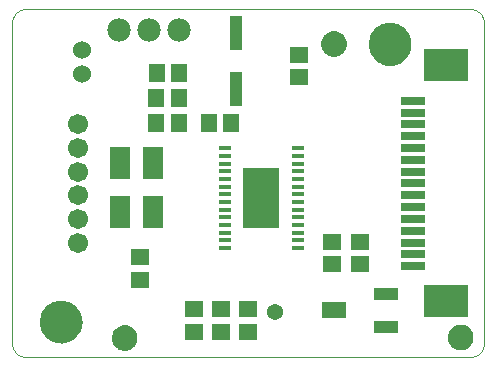
<source format=gts>
G75*
%MOIN*%
%OFA0B0*%
%FSLAX24Y24*%
%IPPOS*%
%LPD*%
%AMOC8*
5,1,8,0,0,1.08239X$1,22.5*
%
%ADD10C,0.0000*%
%ADD11C,0.1418*%
%ADD12R,0.0434X0.0178*%
%ADD13R,0.1221X0.2009*%
%ADD14R,0.0552X0.0631*%
%ADD15R,0.0631X0.0552*%
%ADD16R,0.0434X0.1142*%
%ADD17R,0.0670X0.1103*%
%ADD18R,0.0827X0.0394*%
%ADD19R,0.0827X0.0552*%
%ADD20C,0.0050*%
%ADD21R,0.0827X0.0280*%
%ADD22R,0.1457X0.1095*%
%ADD23C,0.0780*%
%ADD24C,0.0670*%
%ADD25C,0.0540*%
%ADD26C,0.0600*%
D10*
X007271Y007583D02*
X022019Y007583D01*
X022063Y007585D01*
X022106Y007591D01*
X022148Y007600D01*
X022190Y007613D01*
X022230Y007630D01*
X022269Y007650D01*
X022306Y007673D01*
X022340Y007700D01*
X022373Y007729D01*
X022402Y007762D01*
X022429Y007796D01*
X022452Y007833D01*
X022472Y007872D01*
X022489Y007912D01*
X022502Y007954D01*
X022511Y007996D01*
X022517Y008039D01*
X022519Y008083D01*
X022519Y018698D01*
X022517Y018742D01*
X022511Y018785D01*
X022502Y018827D01*
X022489Y018869D01*
X022472Y018909D01*
X022452Y018948D01*
X022429Y018985D01*
X022402Y019019D01*
X022373Y019052D01*
X022340Y019081D01*
X022306Y019108D01*
X022269Y019131D01*
X022230Y019151D01*
X022190Y019168D01*
X022148Y019181D01*
X022106Y019190D01*
X022063Y019196D01*
X022019Y019198D01*
X007271Y019198D01*
X007227Y019196D01*
X007184Y019190D01*
X007142Y019181D01*
X007100Y019168D01*
X007060Y019151D01*
X007021Y019131D01*
X006984Y019108D01*
X006950Y019081D01*
X006917Y019052D01*
X006888Y019019D01*
X006861Y018985D01*
X006838Y018948D01*
X006818Y018909D01*
X006801Y018869D01*
X006788Y018827D01*
X006779Y018785D01*
X006773Y018742D01*
X006771Y018698D01*
X006771Y008083D01*
X006773Y008039D01*
X006779Y007996D01*
X006788Y007954D01*
X006801Y007912D01*
X006818Y007872D01*
X006838Y007833D01*
X006861Y007796D01*
X006888Y007762D01*
X006917Y007729D01*
X006950Y007700D01*
X006984Y007673D01*
X007021Y007650D01*
X007060Y007630D01*
X007100Y007613D01*
X007142Y007600D01*
X007184Y007591D01*
X007227Y007585D01*
X007271Y007583D01*
X007716Y008764D02*
X007718Y008816D01*
X007724Y008868D01*
X007734Y008919D01*
X007747Y008969D01*
X007765Y009019D01*
X007786Y009066D01*
X007810Y009112D01*
X007839Y009156D01*
X007870Y009198D01*
X007904Y009237D01*
X007941Y009274D01*
X007981Y009307D01*
X008024Y009338D01*
X008068Y009365D01*
X008114Y009389D01*
X008163Y009409D01*
X008212Y009425D01*
X008263Y009438D01*
X008314Y009447D01*
X008366Y009452D01*
X008418Y009453D01*
X008470Y009450D01*
X008522Y009443D01*
X008573Y009432D01*
X008623Y009418D01*
X008672Y009399D01*
X008719Y009377D01*
X008764Y009352D01*
X008808Y009323D01*
X008849Y009291D01*
X008888Y009256D01*
X008923Y009218D01*
X008956Y009177D01*
X008986Y009135D01*
X009012Y009090D01*
X009035Y009043D01*
X009054Y008994D01*
X009070Y008944D01*
X009082Y008894D01*
X009090Y008842D01*
X009094Y008790D01*
X009094Y008738D01*
X009090Y008686D01*
X009082Y008634D01*
X009070Y008584D01*
X009054Y008534D01*
X009035Y008485D01*
X009012Y008438D01*
X008986Y008393D01*
X008956Y008351D01*
X008923Y008310D01*
X008888Y008272D01*
X008849Y008237D01*
X008808Y008205D01*
X008764Y008176D01*
X008719Y008151D01*
X008672Y008129D01*
X008623Y008110D01*
X008573Y008096D01*
X008522Y008085D01*
X008470Y008078D01*
X008418Y008075D01*
X008366Y008076D01*
X008314Y008081D01*
X008263Y008090D01*
X008212Y008103D01*
X008163Y008119D01*
X008114Y008139D01*
X008068Y008163D01*
X008024Y008190D01*
X007981Y008221D01*
X007941Y008254D01*
X007904Y008291D01*
X007870Y008330D01*
X007839Y008372D01*
X007810Y008416D01*
X007786Y008462D01*
X007765Y008509D01*
X007747Y008559D01*
X007734Y008609D01*
X007724Y008660D01*
X007718Y008712D01*
X007716Y008764D01*
X018681Y018016D02*
X018683Y018068D01*
X018689Y018120D01*
X018699Y018171D01*
X018712Y018221D01*
X018730Y018271D01*
X018751Y018318D01*
X018775Y018364D01*
X018804Y018408D01*
X018835Y018450D01*
X018869Y018489D01*
X018906Y018526D01*
X018946Y018559D01*
X018989Y018590D01*
X019033Y018617D01*
X019079Y018641D01*
X019128Y018661D01*
X019177Y018677D01*
X019228Y018690D01*
X019279Y018699D01*
X019331Y018704D01*
X019383Y018705D01*
X019435Y018702D01*
X019487Y018695D01*
X019538Y018684D01*
X019588Y018670D01*
X019637Y018651D01*
X019684Y018629D01*
X019729Y018604D01*
X019773Y018575D01*
X019814Y018543D01*
X019853Y018508D01*
X019888Y018470D01*
X019921Y018429D01*
X019951Y018387D01*
X019977Y018342D01*
X020000Y018295D01*
X020019Y018246D01*
X020035Y018196D01*
X020047Y018146D01*
X020055Y018094D01*
X020059Y018042D01*
X020059Y017990D01*
X020055Y017938D01*
X020047Y017886D01*
X020035Y017836D01*
X020019Y017786D01*
X020000Y017737D01*
X019977Y017690D01*
X019951Y017645D01*
X019921Y017603D01*
X019888Y017562D01*
X019853Y017524D01*
X019814Y017489D01*
X019773Y017457D01*
X019729Y017428D01*
X019684Y017403D01*
X019637Y017381D01*
X019588Y017362D01*
X019538Y017348D01*
X019487Y017337D01*
X019435Y017330D01*
X019383Y017327D01*
X019331Y017328D01*
X019279Y017333D01*
X019228Y017342D01*
X019177Y017355D01*
X019128Y017371D01*
X019079Y017391D01*
X019033Y017415D01*
X018989Y017442D01*
X018946Y017473D01*
X018906Y017506D01*
X018869Y017543D01*
X018835Y017582D01*
X018804Y017624D01*
X018775Y017668D01*
X018751Y017714D01*
X018730Y017761D01*
X018712Y017811D01*
X018699Y017861D01*
X018689Y017912D01*
X018683Y017964D01*
X018681Y018016D01*
D11*
X019370Y018016D03*
X008405Y008764D03*
D12*
X013868Y011224D03*
X013868Y011480D03*
X013868Y011736D03*
X013868Y011992D03*
X013868Y012248D03*
X013868Y012504D03*
X013868Y012760D03*
X013868Y013016D03*
X013868Y013272D03*
X013868Y013528D03*
X013868Y013783D03*
X013868Y014039D03*
X013868Y014295D03*
X013868Y014551D03*
X016299Y014551D03*
X016299Y014295D03*
X016299Y014039D03*
X016299Y013783D03*
X016299Y013528D03*
X016299Y013272D03*
X016299Y013016D03*
X016299Y012760D03*
X016299Y012504D03*
X016299Y012248D03*
X016299Y011992D03*
X016299Y011736D03*
X016299Y011480D03*
X016299Y011224D03*
D13*
X015084Y012888D03*
D14*
X014093Y015395D03*
X013345Y015395D03*
X012339Y015377D03*
X011591Y015377D03*
X011591Y016217D03*
X012339Y016217D03*
X012345Y017073D03*
X011597Y017073D03*
D15*
X016333Y016913D03*
X016333Y017661D03*
X017446Y011426D03*
X017446Y010678D03*
X018386Y010688D03*
X018386Y011436D03*
X014651Y009177D03*
X014651Y008429D03*
X013751Y008429D03*
X012851Y008429D03*
X012851Y009177D03*
X013751Y009177D03*
X011044Y010175D03*
X011044Y010923D03*
D16*
X014255Y016526D03*
X014255Y018376D03*
D17*
X011478Y014046D03*
X010376Y014046D03*
X010376Y012426D03*
X011478Y012426D03*
D18*
X019251Y009700D03*
X019251Y008598D03*
D19*
X017518Y009149D03*
D20*
X021344Y008312D02*
X021338Y008243D01*
X021344Y008175D01*
X021361Y008109D01*
X021390Y008046D01*
X021430Y007990D01*
X021478Y007942D01*
X021534Y007902D01*
X021597Y007873D01*
X021663Y007856D01*
X021731Y007850D01*
X021800Y007856D01*
X021866Y007873D01*
X021928Y007902D01*
X021984Y007942D01*
X022033Y007990D01*
X022072Y008046D01*
X022101Y008109D01*
X022119Y008175D01*
X022125Y008243D01*
X022119Y008312D01*
X022101Y008378D01*
X022072Y008440D01*
X022033Y008496D01*
X021984Y008545D01*
X021928Y008584D01*
X021866Y008613D01*
X021800Y008631D01*
X021731Y008637D01*
X021663Y008631D01*
X021597Y008613D01*
X021534Y008584D01*
X021478Y008545D01*
X021430Y008496D01*
X021390Y008440D01*
X021361Y008378D01*
X021344Y008312D01*
X021344Y008311D02*
X022119Y008311D01*
X022123Y008262D02*
X021339Y008262D01*
X021340Y008214D02*
X022122Y008214D01*
X022116Y008165D02*
X021346Y008165D01*
X021359Y008117D02*
X022103Y008117D01*
X022082Y008068D02*
X021380Y008068D01*
X021409Y008020D02*
X022054Y008020D01*
X022014Y007971D02*
X021449Y007971D01*
X021505Y007923D02*
X021957Y007923D01*
X021868Y007874D02*
X021595Y007874D01*
X021356Y008359D02*
X022106Y008359D01*
X022087Y008408D02*
X021375Y008408D01*
X021402Y008456D02*
X022061Y008456D01*
X022024Y008505D02*
X021438Y008505D01*
X021490Y008553D02*
X021972Y008553D01*
X021891Y008602D02*
X021572Y008602D01*
X017646Y017653D02*
X017708Y017682D01*
X017764Y017722D01*
X017813Y017770D01*
X017852Y017826D01*
X017881Y017889D01*
X017899Y017955D01*
X017905Y018023D01*
X017899Y018092D01*
X017881Y018158D01*
X017852Y018220D01*
X017813Y018276D01*
X017764Y018325D01*
X017708Y018364D01*
X017646Y018393D01*
X017580Y018411D01*
X017511Y018417D01*
X017443Y018411D01*
X017377Y018393D01*
X017314Y018364D01*
X017258Y018325D01*
X017210Y018276D01*
X017170Y018220D01*
X017141Y018158D01*
X017124Y018092D01*
X017118Y018023D01*
X017124Y017955D01*
X017141Y017889D01*
X017170Y017826D01*
X017210Y017770D01*
X017258Y017722D01*
X017314Y017682D01*
X017377Y017653D01*
X017443Y017636D01*
X017511Y017630D01*
X017580Y017636D01*
X017646Y017653D01*
X017685Y017671D02*
X017338Y017671D01*
X017261Y017720D02*
X017762Y017720D01*
X017811Y017768D02*
X017212Y017768D01*
X017177Y017817D02*
X017846Y017817D01*
X017870Y017865D02*
X017152Y017865D01*
X017135Y017914D02*
X017888Y017914D01*
X017900Y017962D02*
X017123Y017962D01*
X017119Y018011D02*
X017904Y018011D01*
X017902Y018059D02*
X017121Y018059D01*
X017128Y018108D02*
X017895Y018108D01*
X017882Y018156D02*
X017141Y018156D01*
X017163Y018205D02*
X017859Y018205D01*
X017829Y018253D02*
X017194Y018253D01*
X017235Y018302D02*
X017787Y018302D01*
X017728Y018350D02*
X017295Y018350D01*
X017398Y018399D02*
X017625Y018399D01*
X010728Y008564D02*
X010666Y008593D01*
X010600Y008611D01*
X010531Y008617D01*
X010463Y008611D01*
X010397Y008593D01*
X010334Y008564D01*
X010278Y008525D01*
X010230Y008476D01*
X010190Y008420D01*
X010161Y008358D01*
X010144Y008292D01*
X010138Y008223D01*
X010144Y008155D01*
X010161Y008089D01*
X010190Y008026D01*
X010230Y007970D01*
X010278Y007922D01*
X010334Y007882D01*
X010397Y007853D01*
X010463Y007836D01*
X010531Y007830D01*
X010600Y007836D01*
X010666Y007853D01*
X010728Y007882D01*
X010784Y007922D01*
X010833Y007970D01*
X010872Y008026D01*
X010901Y008089D01*
X010919Y008155D01*
X010925Y008223D01*
X010919Y008292D01*
X010901Y008358D01*
X010872Y008420D01*
X010833Y008476D01*
X010784Y008525D01*
X010728Y008564D01*
X010744Y008553D02*
X010319Y008553D01*
X010258Y008505D02*
X010804Y008505D01*
X010847Y008456D02*
X010216Y008456D01*
X010185Y008408D02*
X010878Y008408D01*
X010901Y008359D02*
X010162Y008359D01*
X010149Y008311D02*
X010914Y008311D01*
X010922Y008262D02*
X010141Y008262D01*
X010138Y008214D02*
X010924Y008214D01*
X010920Y008165D02*
X010143Y008165D01*
X010154Y008117D02*
X010909Y008117D01*
X010892Y008068D02*
X010171Y008068D01*
X010195Y008020D02*
X010868Y008020D01*
X010834Y007971D02*
X010229Y007971D01*
X010277Y007923D02*
X010785Y007923D01*
X010711Y007874D02*
X010352Y007874D01*
X010429Y008602D02*
X010634Y008602D01*
D21*
X020136Y010620D03*
X020136Y011014D03*
X020136Y011408D03*
X020136Y011802D03*
X020136Y012195D03*
X020136Y012589D03*
X020136Y012983D03*
X020136Y013376D03*
X020136Y013770D03*
X020136Y014164D03*
X020136Y014558D03*
X020136Y014951D03*
X020136Y015345D03*
X020136Y015739D03*
X020136Y016132D03*
D22*
X021239Y017317D03*
X021239Y009443D03*
D23*
X012351Y018503D03*
X011351Y018503D03*
X010351Y018503D03*
D24*
X008991Y015358D03*
X008991Y014558D03*
X008991Y014558D03*
X008991Y013771D03*
X008991Y012983D03*
X008991Y012196D03*
X008991Y011409D03*
D25*
X015531Y009083D03*
D26*
X009111Y017030D03*
X009111Y017817D03*
M02*

</source>
